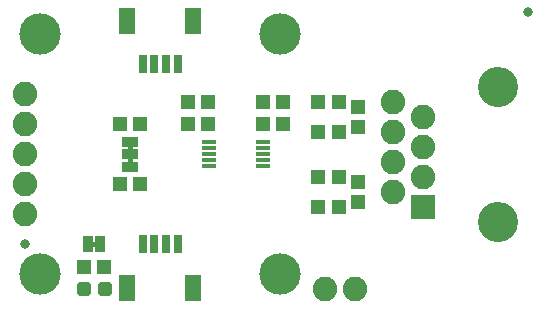
<source format=gts>
G04 EAGLE Gerber RS-274X export*
G75*
%MOMM*%
%FSLAX34Y34*%
%LPD*%
%INSoldermask Top*%
%IPPOS*%
%AMOC8*
5,1,8,0,0,1.08239X$1,22.5*%
G01*
%ADD10R,1.403200X2.203200*%
%ADD11R,0.803200X1.553200*%
%ADD12R,1.303200X0.453200*%
%ADD13R,1.303200X1.203200*%
%ADD14R,1.203200X1.303200*%
%ADD15C,2.082800*%
%ADD16R,2.082800X2.082800*%
%ADD17C,3.403200*%
%ADD18R,1.473200X0.863600*%
%ADD19C,3.505200*%
%ADD20C,0.838200*%
%ADD21C,0.505344*%
%ADD22R,0.863600X1.473200*%

G36*
X102935Y129552D02*
X102935Y129552D01*
X103001Y129554D01*
X103044Y129572D01*
X103091Y129580D01*
X103148Y129614D01*
X103208Y129639D01*
X103243Y129670D01*
X103284Y129695D01*
X103326Y129746D01*
X103374Y129790D01*
X103396Y129832D01*
X103425Y129869D01*
X103446Y129931D01*
X103477Y129990D01*
X103485Y130044D01*
X103497Y130081D01*
X103496Y130121D01*
X103504Y130175D01*
X103504Y133985D01*
X103493Y134050D01*
X103491Y134116D01*
X103473Y134159D01*
X103465Y134206D01*
X103431Y134263D01*
X103406Y134323D01*
X103375Y134358D01*
X103350Y134399D01*
X103299Y134441D01*
X103255Y134489D01*
X103213Y134511D01*
X103176Y134540D01*
X103114Y134561D01*
X103055Y134592D01*
X103001Y134600D01*
X102964Y134612D01*
X102924Y134611D01*
X102870Y134619D01*
X100330Y134619D01*
X100265Y134608D01*
X100199Y134606D01*
X100156Y134588D01*
X100109Y134580D01*
X100052Y134546D01*
X99992Y134521D01*
X99957Y134490D01*
X99916Y134465D01*
X99875Y134414D01*
X99826Y134370D01*
X99804Y134328D01*
X99775Y134291D01*
X99754Y134229D01*
X99723Y134170D01*
X99715Y134116D01*
X99703Y134079D01*
X99703Y134075D01*
X99703Y134074D01*
X99704Y134039D01*
X99696Y133985D01*
X99696Y130175D01*
X99707Y130110D01*
X99709Y130044D01*
X99727Y130001D01*
X99735Y129954D01*
X99769Y129897D01*
X99794Y129837D01*
X99825Y129802D01*
X99850Y129761D01*
X99901Y129720D01*
X99945Y129671D01*
X99987Y129649D01*
X100024Y129620D01*
X100086Y129599D01*
X100145Y129568D01*
X100199Y129560D01*
X100236Y129548D01*
X100276Y129549D01*
X100330Y129541D01*
X102870Y129541D01*
X102935Y129552D01*
G37*
G36*
X102935Y119392D02*
X102935Y119392D01*
X103001Y119394D01*
X103044Y119412D01*
X103091Y119420D01*
X103148Y119454D01*
X103208Y119479D01*
X103243Y119510D01*
X103284Y119535D01*
X103326Y119586D01*
X103374Y119630D01*
X103396Y119672D01*
X103425Y119709D01*
X103446Y119771D01*
X103477Y119830D01*
X103485Y119884D01*
X103497Y119921D01*
X103496Y119961D01*
X103504Y120015D01*
X103504Y123825D01*
X103493Y123890D01*
X103491Y123956D01*
X103473Y123999D01*
X103465Y124046D01*
X103431Y124103D01*
X103406Y124163D01*
X103375Y124198D01*
X103350Y124239D01*
X103299Y124281D01*
X103255Y124329D01*
X103213Y124351D01*
X103176Y124380D01*
X103114Y124401D01*
X103055Y124432D01*
X103001Y124440D01*
X102964Y124452D01*
X102924Y124451D01*
X102870Y124459D01*
X100330Y124459D01*
X100265Y124448D01*
X100199Y124446D01*
X100156Y124428D01*
X100109Y124420D01*
X100052Y124386D01*
X99992Y124361D01*
X99957Y124330D01*
X99916Y124305D01*
X99875Y124254D01*
X99826Y124210D01*
X99804Y124168D01*
X99775Y124131D01*
X99754Y124069D01*
X99723Y124010D01*
X99715Y123956D01*
X99703Y123919D01*
X99703Y123915D01*
X99703Y123914D01*
X99704Y123879D01*
X99696Y123825D01*
X99696Y120015D01*
X99707Y119950D01*
X99709Y119884D01*
X99727Y119841D01*
X99735Y119794D01*
X99769Y119737D01*
X99794Y119677D01*
X99825Y119642D01*
X99850Y119601D01*
X99901Y119560D01*
X99945Y119511D01*
X99987Y119489D01*
X100024Y119460D01*
X100086Y119439D01*
X100145Y119408D01*
X100199Y119400D01*
X100236Y119388D01*
X100276Y119389D01*
X100330Y119381D01*
X102870Y119381D01*
X102935Y119392D01*
G37*
G36*
X73090Y48907D02*
X73090Y48907D01*
X73156Y48909D01*
X73199Y48927D01*
X73246Y48935D01*
X73303Y48969D01*
X73363Y48994D01*
X73398Y49025D01*
X73439Y49050D01*
X73481Y49101D01*
X73529Y49145D01*
X73551Y49187D01*
X73580Y49224D01*
X73601Y49286D01*
X73632Y49345D01*
X73640Y49399D01*
X73652Y49436D01*
X73651Y49476D01*
X73659Y49530D01*
X73659Y52070D01*
X73648Y52135D01*
X73646Y52201D01*
X73628Y52244D01*
X73620Y52291D01*
X73586Y52348D01*
X73561Y52408D01*
X73530Y52443D01*
X73505Y52484D01*
X73454Y52526D01*
X73410Y52574D01*
X73368Y52596D01*
X73331Y52625D01*
X73269Y52646D01*
X73210Y52677D01*
X73156Y52685D01*
X73119Y52697D01*
X73079Y52696D01*
X73025Y52704D01*
X69215Y52704D01*
X69150Y52693D01*
X69084Y52691D01*
X69041Y52673D01*
X68994Y52665D01*
X68937Y52631D01*
X68877Y52606D01*
X68842Y52575D01*
X68801Y52550D01*
X68760Y52499D01*
X68711Y52455D01*
X68689Y52413D01*
X68660Y52376D01*
X68639Y52314D01*
X68608Y52255D01*
X68600Y52201D01*
X68588Y52164D01*
X68588Y52161D01*
X68589Y52124D01*
X68581Y52070D01*
X68581Y49530D01*
X68592Y49465D01*
X68594Y49399D01*
X68612Y49356D01*
X68620Y49309D01*
X68654Y49252D01*
X68679Y49192D01*
X68710Y49157D01*
X68735Y49116D01*
X68786Y49075D01*
X68830Y49026D01*
X68872Y49004D01*
X68909Y48975D01*
X68971Y48954D01*
X69030Y48923D01*
X69084Y48915D01*
X69121Y48903D01*
X69161Y48904D01*
X69215Y48896D01*
X73025Y48896D01*
X73090Y48907D01*
G37*
D10*
X99000Y14050D03*
X155000Y14050D03*
D11*
X112000Y50800D03*
X122000Y50800D03*
X132000Y50800D03*
X142000Y50800D03*
D12*
X167910Y122175D03*
X167910Y127175D03*
X167910Y132175D03*
X167910Y137175D03*
X167910Y117125D03*
X214160Y122175D03*
X214160Y127175D03*
X214160Y132175D03*
X214160Y137175D03*
X214160Y117125D03*
D10*
X155000Y239950D03*
X99000Y239950D03*
D11*
X142000Y203200D03*
X132000Y203200D03*
X122000Y203200D03*
X112000Y203200D03*
D13*
X277900Y107950D03*
X260900Y107950D03*
D14*
X294800Y86750D03*
X294800Y103750D03*
D13*
X260900Y82550D03*
X277900Y82550D03*
X277900Y146050D03*
X260900Y146050D03*
D14*
X294800Y167250D03*
X294800Y150250D03*
D13*
X260900Y171450D03*
X277900Y171450D03*
X167250Y152400D03*
X150250Y152400D03*
X213750Y171450D03*
X230750Y171450D03*
X167250Y171450D03*
X150250Y171450D03*
X213750Y152400D03*
X230750Y152400D03*
D15*
X323850Y171450D03*
X349250Y158750D03*
X323850Y146050D03*
X323850Y120650D03*
X323850Y95250D03*
X349250Y133350D03*
X349250Y107950D03*
D16*
X349250Y82550D03*
D17*
X412750Y69850D03*
X412750Y184150D03*
D13*
X93100Y101600D03*
X110100Y101600D03*
X93100Y152400D03*
X110100Y152400D03*
D18*
X101600Y137414D03*
X101600Y127000D03*
X101600Y116586D03*
D19*
X228600Y25400D03*
X228600Y228600D03*
X25400Y25400D03*
X25400Y228600D03*
D20*
X12700Y50800D03*
X438150Y247650D03*
D15*
X12700Y76200D03*
X266700Y12700D03*
X292100Y12700D03*
D13*
X62620Y31750D03*
X79620Y31750D03*
D21*
X65840Y16190D02*
X65840Y9210D01*
X58860Y9210D01*
X58860Y16190D01*
X65840Y16190D01*
X65840Y14010D02*
X58860Y14010D01*
X83380Y16190D02*
X83380Y9210D01*
X76400Y9210D01*
X76400Y16190D01*
X83380Y16190D01*
X83380Y14010D02*
X76400Y14010D01*
D22*
X65913Y50800D03*
X76327Y50800D03*
D15*
X12700Y177800D03*
X12700Y152400D03*
X12700Y127000D03*
X12700Y101600D03*
M02*

</source>
